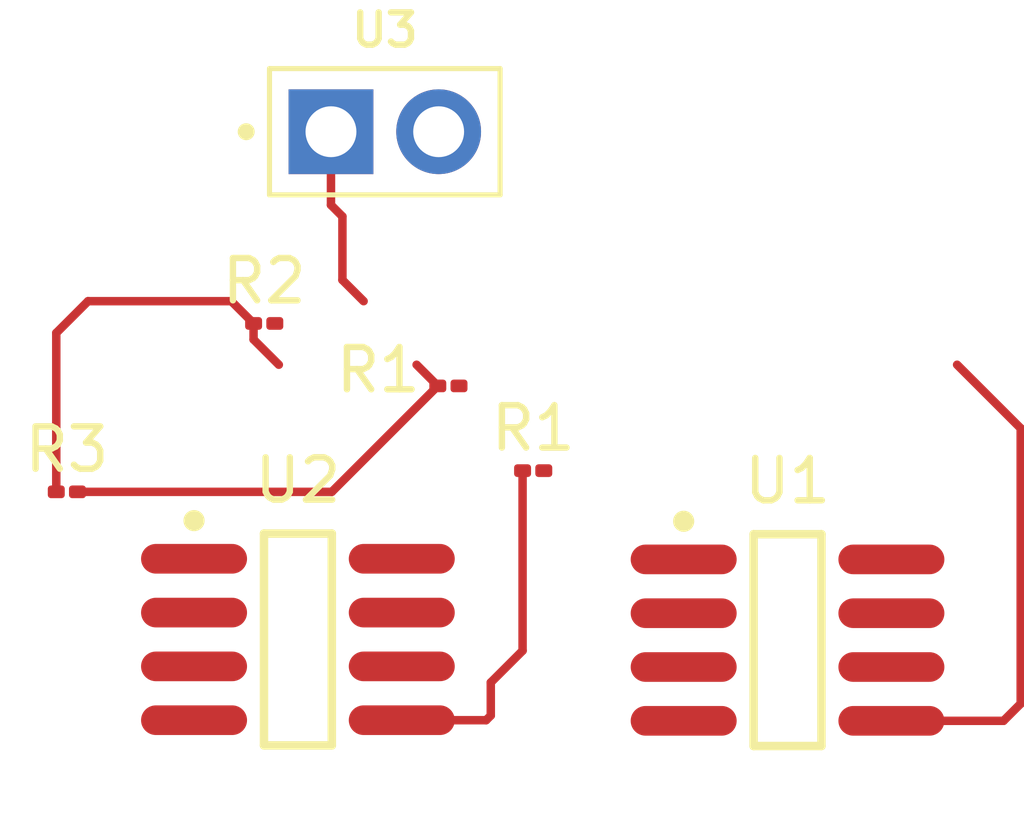
<source format=kicad_pcb>
(kicad_pcb (version 20241229) (generator "pcbnew") (generator_version "9.0")
  (layers (0 "F.Cu" signal) (2 "B.Cu" signal) (13 "F.Paste" user) (15 "B.Paste" user) (5 "F.SilkS" user "F.Silkscreen") (7 "B.SilkS" user "B.Silkscreen") (1 "F.Mask" user) (3 "B.Mask" user) (25 "Edge.Cuts" user))
  (net 0 "")
  (net 1 "Net-(U1B-OUT2)")
  (net 8 "Net-(U2B-IN2+)")
  (net 9 "GND")
  (net 10 "Net-(R1-Pad1)")
  (net 11 "Net-(U1B-IN2+)")
  (net 12 "VCC")
  (footprint "Resistor_SMD:R_01005_0402Metric" (layer "F.Cu") (at 96.5 71.5)
    (property "Reference" "R1" (at -1.655 -0.375 0) (layer "F.SilkS"))
    (property "Value" "10K")
    (pad "1" smd roundrect (at -0.25 0) (size 0.4 0.3) (layers "F.Cu" "F.Mask") (net 10 "Net-(R1-Pad1)"))
    (pad "2" smd roundrect (at 0.25 0) (size 0.4 0.3) (layers "F.Cu" "F.Mask") (net 9 "GND"))
  )
  (footprint "kicad_api_lib:TL082CDR" (layer "F.Cu") (at 92.95 77.485)
    (property "Reference" "U2" (at 0 -3.755 0) (layer "F.SilkS"))
    (property "Value" "TL082CDR")
    (fp_line (start -0.8 -2.5) (end 0.8 -2.5) (stroke (width 0.2)) (layer "F.SilkS"))
    (fp_line (start -0.8 2.5) (end -0.8 -2.5) (stroke (width 0.2)) (layer "F.SilkS"))
    (fp_line (start -0.8 2.5) (end 0.8 2.5) (stroke (width 0.2)) (layer "F.SilkS"))
    (fp_line (start 0.8 2.5) (end 0.8 -2.5) (stroke (width 0.2)) (layer "F.SilkS"))
    (fp_circle (center -2.45 -2.805) (end -2.45 -2.93) (stroke (width 0.25)) (fill no) (layer "F.SilkS"))
    (pad "1" smd oval (at -2.45 -1.905 90) (size 0.7 2.5) (layers "F.Cu" "F.Mask" "F.Paste"))
    (pad "2" smd oval (at -2.45 -0.635 90) (size 0.7 2.5) (layers "F.Cu" "F.Mask" "F.Paste"))
    (pad "3" smd oval (at -2.45 0.635 90) (size 0.7 2.5) (layers "F.Cu" "F.Mask" "F.Paste"))
    (pad "4" smd oval (at -2.45 1.905 90) (size 0.7 2.5) (layers "F.Cu" "F.Mask" "F.Paste"))
    (pad "5" smd oval (at 2.45 1.905 90) (size 0.7 2.5) (layers "F.Cu" "F.Mask" "F.Paste") (net 1 "Net-(U1B-OUT2)"))
    (pad "6" smd oval (at 2.45 0.635 90) (size 0.7 2.5) (layers "F.Cu" "F.Mask" "F.Paste"))
    (pad "7" smd oval (at 2.45 -0.635 90) (size 0.7 2.5) (layers "F.Cu" "F.Mask" "F.Paste"))
    (pad "8" smd oval (at 2.45 -1.905 90) (size 0.7 2.5) (layers "F.Cu" "F.Mask" "F.Paste"))
  )
  (footprint "Resistor_SMD:R_01005_0402Metric" (layer "F.Cu") (at 92.155 70.025)
    (property "Reference" "R2" (at 0 -1 0) (layer "F.SilkS"))
    (property "Value" "10K")
    (pad "1" smd roundrect (at -0.25 0) (size 0.4 0.3) (layers "F.Cu" "F.Mask") (net 11 "Net-(U1B-IN2+)"))
    (pad "2" smd roundrect (at 0.25 0) (size 0.4 0.3) (layers "F.Cu" "F.Mask") (net 9 "GND"))
  )
  (footprint "Resistor_SMD:R_01005_0402Metric" (layer "F.Cu") (at 98.5 73.5)
    (property "Reference" "R1" (at 0 -1 0) (layer "F.SilkS"))
    (property "Value" "100")
    (pad "1" smd roundrect (at -0.25 0) (size 0.4 0.3) (layers "F.Cu" "F.Mask") (net 1 "Net-(U1B-OUT2)"))
    (pad "2" smd roundrect (at 0.25 0) (size 0.4 0.3) (layers "F.Cu" "F.Mask") (net 8 "Net-(U2B-IN2+)"))
  )
  (footprint "kicad_api_lib:3-102898-4" (layer "F.Cu") (at 95 65.5)
    (property "Reference" "U3" (at 0 -2.4 0) (layer "F.SilkS") (effects (font (size 0.762 0.762))))
    (property "Value" "3-102898-4")
    (fp_line (start -2.72 -1.49) (end 2.72 -1.49) (stroke (width 0.12)) (layer "F.SilkS"))
    (fp_line (start -2.72 1.49) (end -2.72 -1.49) (stroke (width 0.12)) (layer "F.SilkS"))
    (fp_line (start 2.72 -1.49) (end 2.72 1.49) (stroke (width 0.12)) (layer "F.SilkS"))
    (fp_line (start 2.72 1.49) (end -2.72 1.49) (stroke (width 0.12)) (layer "F.SilkS"))
    (fp_circle (center -3.27 0) (end -3.07 0) (fill yes) (layer "F.SilkS"))
    (pad "1" thru_hole rect (at -1.27 0) (size 2 2) (drill 1.2) (layers "*.Cu" "*.Mask") (net 10 "Net-(R1-Pad1)"))
    (pad "2" thru_hole circle (at 1.27 0) (size 2 2) (drill 1.2) (layers "*.Cu" "*.Mask") (net 9 "GND"))
  )
  (footprint "Resistor_SMD:R_01005_0402Metric" (layer "F.Cu") (at 87.5 74)
    (property "Reference" "R3" (at 0 -1 0) (layer "F.SilkS"))
    (property "Value" "10K")
    (pad "1" smd roundrect (at -0.25 0) (size 0.4 0.3) (layers "F.Cu" "F.Mask") (net 11 "Net-(U1B-IN2+)"))
    (pad "2" smd roundrect (at 0.25 0) (size 0.4 0.3) (layers "F.Cu" "F.Mask") (net 10 "Net-(R1-Pad1)"))
  )
  (footprint "kicad_api_lib:TL082CDR" (layer "F.Cu") (at 104.5 77.5)
    (property "Reference" "U1" (at 0 -3.755 0) (layer "F.SilkS"))
    (property "Value" "TL082CDR")
    (fp_line (start -0.8 -2.5) (end 0.8 -2.5) (stroke (width 0.2)) (layer "F.SilkS"))
    (fp_line (start -0.8 2.5) (end -0.8 -2.5) (stroke (width 0.2)) (layer "F.SilkS"))
    (fp_line (start -0.8 2.5) (end 0.8 2.5) (stroke (width 0.2)) (layer "F.SilkS"))
    (fp_line (start 0.8 2.5) (end 0.8 -2.5) (stroke (width 0.2)) (layer "F.SilkS"))
    (fp_circle (center -2.45 -2.805) (end -2.45 -2.93) (stroke (width 0.25)) (fill no) (layer "F.SilkS"))
    (pad "1" smd oval (at -2.45 -1.905 90) (size 0.7 2.5) (layers "F.Cu" "F.Mask" "F.Paste"))
    (pad "2" smd oval (at -2.45 -0.635 90) (size 0.7 2.5) (layers "F.Cu" "F.Mask" "F.Paste"))
    (pad "3" smd oval (at -2.45 0.635 90) (size 0.7 2.5) (layers "F.Cu" "F.Mask" "F.Paste"))
    (pad "4" smd oval (at -2.45 1.905 90) (size 0.7 2.5) (layers "F.Cu" "F.Mask" "F.Paste") (net 12 "VCC"))
    (pad "5" smd oval (at 2.45 1.905 90) (size 0.7 2.5) (layers "F.Cu" "F.Mask" "F.Paste") (net 11 "Net-(U1B-IN2+)"))
    (pad "6" smd oval (at 2.45 0.635 90) (size 0.7 2.5) (layers "F.Cu" "F.Mask" "F.Paste"))
    (pad "7" smd oval (at 2.45 -0.635 90) (size 0.7 2.5) (layers "F.Cu" "F.Mask" "F.Paste") (net 1 "Net-(U1B-OUT2)"))
    (pad "8" smd oval (at 2.45 -1.905 90) (size 0.7 2.5) (layers "F.Cu" "F.Mask" "F.Paste"))
  )
  (segment (start 97.39 79.39) (end 95.4 79.39) (width 0.2) (layer "F.Cu") (net 1))
  (segment (start 98.25 77.75) (end 97.5 78.5) (width 0.2) (layer "F.Cu") (net 1))
  (segment (start 97.5 78.5) (end 97.5 79.28) (width 0.2) (layer "F.Cu") (net 1))
  (segment (start 98.25 73.5) (end 98.25 77.75) (width 0.2) (layer "F.Cu") (net 1))
  (segment (start 97.5 79.28) (end 97.39 79.39) (width 0.2) (layer "F.Cu") (net 1))
  (segment (start 96.75 65.98) (end 96.27 65.5) (width 0.2) (layer "F.Cu") (net 9))
  (segment (start 96.25 71.5) (end 95.75 71) (width 0.2) (layer "F.Cu") (net 10))
  (segment (start 94 67.5) (end 93.73 67.23) (width 0.2) (layer "F.Cu") (net 10))
  (segment (start 93.75 74) (end 96.25 71.5) (width 0.2) (layer "F.Cu") (net 10))
  (segment (start 93.73 67.23) (end 93.73 65.5) (width 0.2) (layer "F.Cu") (net 10))
  (segment (start 94.5 69.5) (end 94 69) (width 0.2) (layer "F.Cu") (net 10))
  (segment (start 94 69) (end 94 67.5) (width 0.2) (layer "F.Cu") (net 10))
  (segment (start 87.75 74) (end 93.75 74) (width 0.2) (layer "F.Cu") (net 10))
  (segment (start 92.5 71) (end 91.904 70.404) (width 0.2) (layer "F.Cu") (net 11))
  (segment (start 110 79) (end 110 72.5) (width 0.2) (layer "F.Cu") (net 11))
  (segment (start 87.25 70.25) (end 87.25 74) (width 0.2) (layer "F.Cu") (net 11))
  (segment (start 88 69.5) (end 87.25 70.25) (width 0.2) (layer "F.Cu") (net 11))
  (segment (start 109.595 79.405) (end 110 79) (width 0.2) (layer "F.Cu") (net 11))
  (segment (start 91.38 69.5) (end 88 69.5) (width 0.2) (layer "F.Cu") (net 11))
  (segment (start 91.904 70.404) (end 91.904 70.025) (width 0.2) (layer "F.Cu") (net 11))
  (segment (start 91.905 70.025) (end 91.38 69.5) (width 0.2) (layer "F.Cu") (net 11))
  (segment (start 110 72.5) (end 108.5 71) (width 0.2) (layer "F.Cu") (net 11))
  (segment (start 106.95 79.405) (end 109.595 79.405) (width 0.2) (layer "F.Cu") (net 11))
)
</source>
